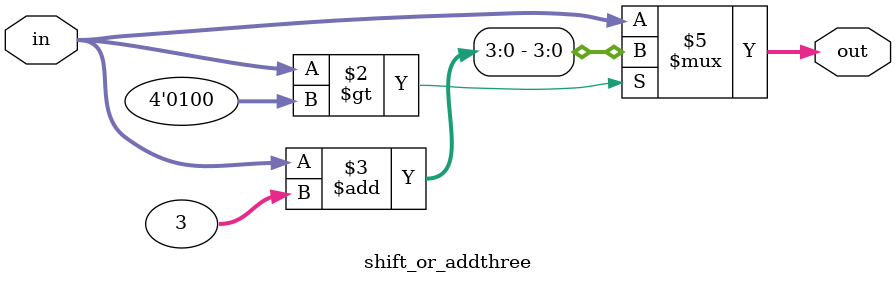
<source format=v>
`timescale 1ns / 1ps
module shift_or_addthree(
    input [3:0] in,
    output reg [3:0] out
		 );
	always @(in)
	begin
	out = 0;
		if(in> 4'b0100)
			out = in[3:0] +3;
		else 
			out = in;
			

	end

endmodule

</source>
